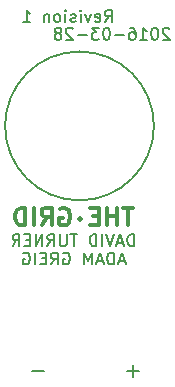
<source format=gbo>
G04 #@! TF.FileFunction,Legend,Bot*
%FSLAX46Y46*%
G04 Gerber Fmt 4.6, Leading zero omitted, Abs format (unit mm)*
G04 Created by KiCad (PCBNEW 4.0.2-4+6225~38~ubuntu15.10.1-stable) date Mon 28 Mar 2016 22:58:05 BST*
%MOMM*%
G01*
G04 APERTURE LIST*
%ADD10C,0.100000*%
%ADD11C,0.150000*%
%ADD12C,0.300000*%
G04 APERTURE END LIST*
D10*
D11*
X124892857Y-82202381D02*
X125226191Y-81726190D01*
X125464286Y-82202381D02*
X125464286Y-81202381D01*
X125083333Y-81202381D01*
X124988095Y-81250000D01*
X124940476Y-81297619D01*
X124892857Y-81392857D01*
X124892857Y-81535714D01*
X124940476Y-81630952D01*
X124988095Y-81678571D01*
X125083333Y-81726190D01*
X125464286Y-81726190D01*
X124083333Y-82154762D02*
X124178571Y-82202381D01*
X124369048Y-82202381D01*
X124464286Y-82154762D01*
X124511905Y-82059524D01*
X124511905Y-81678571D01*
X124464286Y-81583333D01*
X124369048Y-81535714D01*
X124178571Y-81535714D01*
X124083333Y-81583333D01*
X124035714Y-81678571D01*
X124035714Y-81773810D01*
X124511905Y-81869048D01*
X123702381Y-81535714D02*
X123464286Y-82202381D01*
X123226190Y-81535714D01*
X122845238Y-82202381D02*
X122845238Y-81535714D01*
X122845238Y-81202381D02*
X122892857Y-81250000D01*
X122845238Y-81297619D01*
X122797619Y-81250000D01*
X122845238Y-81202381D01*
X122845238Y-81297619D01*
X122416667Y-82154762D02*
X122321429Y-82202381D01*
X122130953Y-82202381D01*
X122035714Y-82154762D01*
X121988095Y-82059524D01*
X121988095Y-82011905D01*
X122035714Y-81916667D01*
X122130953Y-81869048D01*
X122273810Y-81869048D01*
X122369048Y-81821429D01*
X122416667Y-81726190D01*
X122416667Y-81678571D01*
X122369048Y-81583333D01*
X122273810Y-81535714D01*
X122130953Y-81535714D01*
X122035714Y-81583333D01*
X121559524Y-82202381D02*
X121559524Y-81535714D01*
X121559524Y-81202381D02*
X121607143Y-81250000D01*
X121559524Y-81297619D01*
X121511905Y-81250000D01*
X121559524Y-81202381D01*
X121559524Y-81297619D01*
X120940477Y-82202381D02*
X121035715Y-82154762D01*
X121083334Y-82107143D01*
X121130953Y-82011905D01*
X121130953Y-81726190D01*
X121083334Y-81630952D01*
X121035715Y-81583333D01*
X120940477Y-81535714D01*
X120797619Y-81535714D01*
X120702381Y-81583333D01*
X120654762Y-81630952D01*
X120607143Y-81726190D01*
X120607143Y-82011905D01*
X120654762Y-82107143D01*
X120702381Y-82154762D01*
X120797619Y-82202381D01*
X120940477Y-82202381D01*
X120178572Y-81535714D02*
X120178572Y-82202381D01*
X120178572Y-81630952D02*
X120130953Y-81583333D01*
X120035715Y-81535714D01*
X119892857Y-81535714D01*
X119797619Y-81583333D01*
X119750000Y-81678571D01*
X119750000Y-82202381D01*
X117988095Y-82202381D02*
X118559524Y-82202381D01*
X118273810Y-82202381D02*
X118273810Y-81202381D01*
X118369048Y-81345238D01*
X118464286Y-81440476D01*
X118559524Y-81488095D01*
X130357143Y-82797619D02*
X130309524Y-82750000D01*
X130214286Y-82702381D01*
X129976190Y-82702381D01*
X129880952Y-82750000D01*
X129833333Y-82797619D01*
X129785714Y-82892857D01*
X129785714Y-82988095D01*
X129833333Y-83130952D01*
X130404762Y-83702381D01*
X129785714Y-83702381D01*
X129166667Y-82702381D02*
X129071428Y-82702381D01*
X128976190Y-82750000D01*
X128928571Y-82797619D01*
X128880952Y-82892857D01*
X128833333Y-83083333D01*
X128833333Y-83321429D01*
X128880952Y-83511905D01*
X128928571Y-83607143D01*
X128976190Y-83654762D01*
X129071428Y-83702381D01*
X129166667Y-83702381D01*
X129261905Y-83654762D01*
X129309524Y-83607143D01*
X129357143Y-83511905D01*
X129404762Y-83321429D01*
X129404762Y-83083333D01*
X129357143Y-82892857D01*
X129309524Y-82797619D01*
X129261905Y-82750000D01*
X129166667Y-82702381D01*
X127880952Y-83702381D02*
X128452381Y-83702381D01*
X128166667Y-83702381D02*
X128166667Y-82702381D01*
X128261905Y-82845238D01*
X128357143Y-82940476D01*
X128452381Y-82988095D01*
X127023809Y-82702381D02*
X127214286Y-82702381D01*
X127309524Y-82750000D01*
X127357143Y-82797619D01*
X127452381Y-82940476D01*
X127500000Y-83130952D01*
X127500000Y-83511905D01*
X127452381Y-83607143D01*
X127404762Y-83654762D01*
X127309524Y-83702381D01*
X127119047Y-83702381D01*
X127023809Y-83654762D01*
X126976190Y-83607143D01*
X126928571Y-83511905D01*
X126928571Y-83273810D01*
X126976190Y-83178571D01*
X127023809Y-83130952D01*
X127119047Y-83083333D01*
X127309524Y-83083333D01*
X127404762Y-83130952D01*
X127452381Y-83178571D01*
X127500000Y-83273810D01*
X126500000Y-83321429D02*
X125738095Y-83321429D01*
X125071429Y-82702381D02*
X124976190Y-82702381D01*
X124880952Y-82750000D01*
X124833333Y-82797619D01*
X124785714Y-82892857D01*
X124738095Y-83083333D01*
X124738095Y-83321429D01*
X124785714Y-83511905D01*
X124833333Y-83607143D01*
X124880952Y-83654762D01*
X124976190Y-83702381D01*
X125071429Y-83702381D01*
X125166667Y-83654762D01*
X125214286Y-83607143D01*
X125261905Y-83511905D01*
X125309524Y-83321429D01*
X125309524Y-83083333D01*
X125261905Y-82892857D01*
X125214286Y-82797619D01*
X125166667Y-82750000D01*
X125071429Y-82702381D01*
X124404762Y-82702381D02*
X123785714Y-82702381D01*
X124119048Y-83083333D01*
X123976190Y-83083333D01*
X123880952Y-83130952D01*
X123833333Y-83178571D01*
X123785714Y-83273810D01*
X123785714Y-83511905D01*
X123833333Y-83607143D01*
X123880952Y-83654762D01*
X123976190Y-83702381D01*
X124261905Y-83702381D01*
X124357143Y-83654762D01*
X124404762Y-83607143D01*
X123357143Y-83321429D02*
X122595238Y-83321429D01*
X122166667Y-82797619D02*
X122119048Y-82750000D01*
X122023810Y-82702381D01*
X121785714Y-82702381D01*
X121690476Y-82750000D01*
X121642857Y-82797619D01*
X121595238Y-82892857D01*
X121595238Y-82988095D01*
X121642857Y-83130952D01*
X122214286Y-83702381D01*
X121595238Y-83702381D01*
X121023810Y-83130952D02*
X121119048Y-83083333D01*
X121166667Y-83035714D01*
X121214286Y-82940476D01*
X121214286Y-82892857D01*
X121166667Y-82797619D01*
X121119048Y-82750000D01*
X121023810Y-82702381D01*
X120833333Y-82702381D01*
X120738095Y-82750000D01*
X120690476Y-82797619D01*
X120642857Y-82892857D01*
X120642857Y-82940476D01*
X120690476Y-83035714D01*
X120738095Y-83083333D01*
X120833333Y-83130952D01*
X121023810Y-83130952D01*
X121119048Y-83178571D01*
X121166667Y-83226190D01*
X121214286Y-83321429D01*
X121214286Y-83511905D01*
X121166667Y-83607143D01*
X121119048Y-83654762D01*
X121023810Y-83702381D01*
X120833333Y-83702381D01*
X120738095Y-83654762D01*
X120690476Y-83607143D01*
X120642857Y-83511905D01*
X120642857Y-83321429D01*
X120690476Y-83226190D01*
X120738095Y-83178571D01*
X120833333Y-83130952D01*
X127369048Y-101177381D02*
X127369048Y-100177381D01*
X127130953Y-100177381D01*
X126988095Y-100225000D01*
X126892857Y-100320238D01*
X126845238Y-100415476D01*
X126797619Y-100605952D01*
X126797619Y-100748810D01*
X126845238Y-100939286D01*
X126892857Y-101034524D01*
X126988095Y-101129762D01*
X127130953Y-101177381D01*
X127369048Y-101177381D01*
X126416667Y-100891667D02*
X125940476Y-100891667D01*
X126511905Y-101177381D02*
X126178572Y-100177381D01*
X125845238Y-101177381D01*
X125654762Y-100177381D02*
X125321429Y-101177381D01*
X124988095Y-100177381D01*
X124654762Y-101177381D02*
X124654762Y-100177381D01*
X124178572Y-101177381D02*
X124178572Y-100177381D01*
X123940477Y-100177381D01*
X123797619Y-100225000D01*
X123702381Y-100320238D01*
X123654762Y-100415476D01*
X123607143Y-100605952D01*
X123607143Y-100748810D01*
X123654762Y-100939286D01*
X123702381Y-101034524D01*
X123797619Y-101129762D01*
X123940477Y-101177381D01*
X124178572Y-101177381D01*
X122559524Y-100177381D02*
X121988095Y-100177381D01*
X122273810Y-101177381D02*
X122273810Y-100177381D01*
X121654762Y-100177381D02*
X121654762Y-100986905D01*
X121607143Y-101082143D01*
X121559524Y-101129762D01*
X121464286Y-101177381D01*
X121273809Y-101177381D01*
X121178571Y-101129762D01*
X121130952Y-101082143D01*
X121083333Y-100986905D01*
X121083333Y-100177381D01*
X120035714Y-101177381D02*
X120369048Y-100701190D01*
X120607143Y-101177381D02*
X120607143Y-100177381D01*
X120226190Y-100177381D01*
X120130952Y-100225000D01*
X120083333Y-100272619D01*
X120035714Y-100367857D01*
X120035714Y-100510714D01*
X120083333Y-100605952D01*
X120130952Y-100653571D01*
X120226190Y-100701190D01*
X120607143Y-100701190D01*
X119607143Y-101177381D02*
X119607143Y-100177381D01*
X119035714Y-101177381D01*
X119035714Y-100177381D01*
X118559524Y-100653571D02*
X118226190Y-100653571D01*
X118083333Y-101177381D02*
X118559524Y-101177381D01*
X118559524Y-100177381D01*
X118083333Y-100177381D01*
X117083333Y-101177381D02*
X117416667Y-100701190D01*
X117654762Y-101177381D02*
X117654762Y-100177381D01*
X117273809Y-100177381D01*
X117178571Y-100225000D01*
X117130952Y-100272619D01*
X117083333Y-100367857D01*
X117083333Y-100510714D01*
X117130952Y-100605952D01*
X117178571Y-100653571D01*
X117273809Y-100701190D01*
X117654762Y-100701190D01*
X126559524Y-102441667D02*
X126083333Y-102441667D01*
X126654762Y-102727381D02*
X126321429Y-101727381D01*
X125988095Y-102727381D01*
X125654762Y-102727381D02*
X125654762Y-101727381D01*
X125416667Y-101727381D01*
X125273809Y-101775000D01*
X125178571Y-101870238D01*
X125130952Y-101965476D01*
X125083333Y-102155952D01*
X125083333Y-102298810D01*
X125130952Y-102489286D01*
X125178571Y-102584524D01*
X125273809Y-102679762D01*
X125416667Y-102727381D01*
X125654762Y-102727381D01*
X124702381Y-102441667D02*
X124226190Y-102441667D01*
X124797619Y-102727381D02*
X124464286Y-101727381D01*
X124130952Y-102727381D01*
X123797619Y-102727381D02*
X123797619Y-101727381D01*
X123464285Y-102441667D01*
X123130952Y-101727381D01*
X123130952Y-102727381D01*
X121369047Y-101775000D02*
X121464285Y-101727381D01*
X121607142Y-101727381D01*
X121750000Y-101775000D01*
X121845238Y-101870238D01*
X121892857Y-101965476D01*
X121940476Y-102155952D01*
X121940476Y-102298810D01*
X121892857Y-102489286D01*
X121845238Y-102584524D01*
X121750000Y-102679762D01*
X121607142Y-102727381D01*
X121511904Y-102727381D01*
X121369047Y-102679762D01*
X121321428Y-102632143D01*
X121321428Y-102298810D01*
X121511904Y-102298810D01*
X120321428Y-102727381D02*
X120654762Y-102251190D01*
X120892857Y-102727381D02*
X120892857Y-101727381D01*
X120511904Y-101727381D01*
X120416666Y-101775000D01*
X120369047Y-101822619D01*
X120321428Y-101917857D01*
X120321428Y-102060714D01*
X120369047Y-102155952D01*
X120416666Y-102203571D01*
X120511904Y-102251190D01*
X120892857Y-102251190D01*
X119892857Y-102203571D02*
X119559523Y-102203571D01*
X119416666Y-102727381D02*
X119892857Y-102727381D01*
X119892857Y-101727381D01*
X119416666Y-101727381D01*
X118988095Y-102727381D02*
X118988095Y-101727381D01*
X117988095Y-101775000D02*
X118083333Y-101727381D01*
X118226190Y-101727381D01*
X118369048Y-101775000D01*
X118464286Y-101870238D01*
X118511905Y-101965476D01*
X118559524Y-102155952D01*
X118559524Y-102298810D01*
X118511905Y-102489286D01*
X118464286Y-102584524D01*
X118369048Y-102679762D01*
X118226190Y-102727381D01*
X118130952Y-102727381D01*
X117988095Y-102679762D01*
X117940476Y-102632143D01*
X117940476Y-102298810D01*
X118130952Y-102298810D01*
D12*
X127321429Y-97928571D02*
X126464286Y-97928571D01*
X126892857Y-99428571D02*
X126892857Y-97928571D01*
X125964286Y-99428571D02*
X125964286Y-97928571D01*
X125964286Y-98642857D02*
X125107143Y-98642857D01*
X125107143Y-99428571D02*
X125107143Y-97928571D01*
X124392857Y-98642857D02*
X123892857Y-98642857D01*
X123678571Y-99428571D02*
X124392857Y-99428571D01*
X124392857Y-97928571D01*
X123678571Y-97928571D01*
X122821428Y-98785714D02*
X122892857Y-98857143D01*
X122821428Y-98928571D01*
X122750000Y-98857143D01*
X122821428Y-98785714D01*
X122821428Y-98928571D01*
X121107143Y-98000000D02*
X121250000Y-97928571D01*
X121464286Y-97928571D01*
X121678571Y-98000000D01*
X121821429Y-98142857D01*
X121892857Y-98285714D01*
X121964286Y-98571429D01*
X121964286Y-98785714D01*
X121892857Y-99071429D01*
X121821429Y-99214286D01*
X121678571Y-99357143D01*
X121464286Y-99428571D01*
X121321429Y-99428571D01*
X121107143Y-99357143D01*
X121035714Y-99285714D01*
X121035714Y-98785714D01*
X121321429Y-98785714D01*
X119535714Y-99428571D02*
X120035714Y-98714286D01*
X120392857Y-99428571D02*
X120392857Y-97928571D01*
X119821429Y-97928571D01*
X119678571Y-98000000D01*
X119607143Y-98071429D01*
X119535714Y-98214286D01*
X119535714Y-98428571D01*
X119607143Y-98571429D01*
X119678571Y-98642857D01*
X119821429Y-98714286D01*
X120392857Y-98714286D01*
X118892857Y-99428571D02*
X118892857Y-97928571D01*
X118178571Y-99428571D02*
X118178571Y-97928571D01*
X117821428Y-97928571D01*
X117607143Y-98000000D01*
X117464285Y-98142857D01*
X117392857Y-98285714D01*
X117321428Y-98571429D01*
X117321428Y-98785714D01*
X117392857Y-99071429D01*
X117464285Y-99214286D01*
X117607143Y-99357143D01*
X117821428Y-99428571D01*
X118178571Y-99428571D01*
D11*
X127250000Y-111250000D02*
X127250000Y-112250000D01*
X126750000Y-111750000D02*
X127750000Y-111750000D01*
X118750000Y-111750000D02*
X119750000Y-111750000D01*
X129050000Y-91000000D02*
G75*
G03X129050000Y-91000000I-6300000J0D01*
G01*
M02*

</source>
